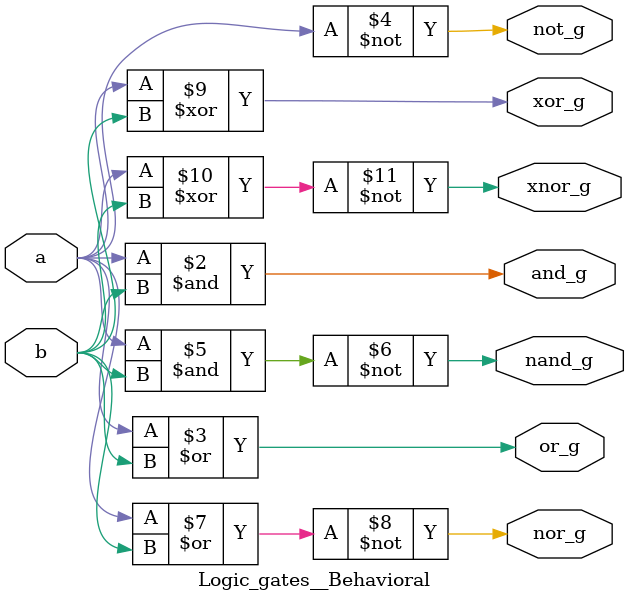
<source format=v>
`timescale 1ns / 1ps


module Logic_gates__Behavioral(
    input a, b,
    output reg and_g, or_g, not_g, nand_g, nor_g, xor_g, xnor_g );
    
    always@(*)
        begin
            and_g = a&b;
            or_g = a|b;
            not_g = ~a;
            nand_g = ~(a&b);
            nor_g = ~(a|b);
            xor_g = a^b;
            xnor_g = ~(a^b);
        end
    
endmodule

</source>
